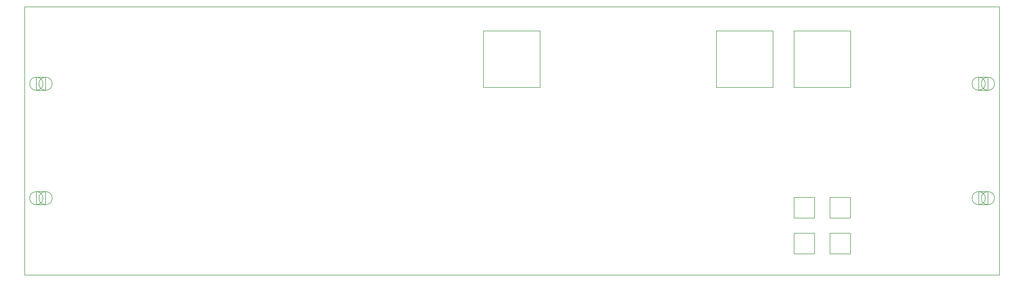
<source format=gko>
G04 Layer: BoardOutlineLayer*
G04 EasyEDA v6.5.34, 2023-08-21 18:11:39*
G04 69f12b32e1f2471e8f8ee6d1f76a66ce,5a6b42c53f6a479593ecc07194224c93,10*
G04 Gerber Generator version 0.2*
G04 Scale: 100 percent, Rotated: No, Reflected: No *
G04 Dimensions in millimeters *
G04 leading zeros omitted , absolute positions ,4 integer and 5 decimal *
%FSLAX45Y45*%
%MOMM*%

%ADD10C,0.2540*%
D10*
X0Y13296900D02*
G01*
X48260000Y13296900D01*
X48260000Y0D01*
X0Y-3070D01*
X0Y13296900D01*
X22716416Y12104298D02*
G01*
X22716416Y9304304D01*
X22716416Y9304304D02*
G01*
X25516410Y9304304D01*
X25516410Y9304304D02*
G01*
X25516410Y12104298D01*
X25516410Y12104298D02*
G01*
X22716416Y12104298D01*
X34246017Y12104298D02*
G01*
X34246017Y9304304D01*
X34246017Y9304304D02*
G01*
X37046011Y9304304D01*
X37046011Y9304304D02*
G01*
X37046011Y12104298D01*
X37046011Y12104298D02*
G01*
X34246017Y12104298D01*
X38089217Y12104298D02*
G01*
X38089217Y9304304D01*
X38089217Y9304304D02*
G01*
X40889212Y9304304D01*
X40889212Y9304304D02*
G01*
X40889212Y12104298D01*
X40889212Y12104298D02*
G01*
X38089217Y12104298D01*
G75*
G01*
X711200Y9486900D02*
G02*
X1361597Y9486900I325199J0D01*
G75*
G01*
X1361597Y9486900D02*
G02*
X711200Y9486900I-325198J0D01*
X711200Y9486900D02*
G01*
X711200Y9486900D01*
X579198Y9811893D02*
G01*
X579198Y9161881D01*
X579198Y9161881D02*
G01*
X1036398Y9161881D01*
X1036398Y9161881D02*
G01*
X1036398Y9811893D01*
X1036398Y9811893D02*
G01*
X579198Y9811893D01*
G75*
G01*
X254000Y9486900D02*
G02*
X904397Y9486900I325199J0D01*
G75*
G01*
X904397Y9486900D02*
G02*
X254000Y9486900I-325198J0D01*
X254000Y9486900D02*
G01*
X254000Y9486900D01*
G75*
G01*
X254000Y3810000D02*
G02*
X904397Y3810000I325199J0D01*
G75*
G01*
X904397Y3810000D02*
G02*
X254000Y3810000I-325198J0D01*
X254000Y3810000D02*
G01*
X254000Y3810000D01*
X579198Y4134993D02*
G01*
X579198Y3484981D01*
X579198Y3484981D02*
G01*
X1036398Y3484981D01*
X1036398Y3484981D02*
G01*
X1036398Y4134993D01*
X1036398Y4134993D02*
G01*
X579198Y4134993D01*
G75*
G01*
X711200Y3810000D02*
G02*
X1361597Y3810000I325199J0D01*
G75*
G01*
X1361597Y3810000D02*
G02*
X711200Y3810000I-325198J0D01*
X711200Y3810000D02*
G01*
X711200Y3810000D01*
G75*
G01*
X47365696Y3810000D02*
G02*
X48016094Y3810000I325199J0D01*
G75*
G01*
X48016094Y3810000D02*
G02*
X47365696Y3810000I-325199J0D01*
X47365696Y3810000D02*
G01*
X47365696Y3810000D01*
X47233695Y4134993D02*
G01*
X47233695Y3484981D01*
X47233695Y3484981D02*
G01*
X47690895Y3484981D01*
X47690895Y3484981D02*
G01*
X47690895Y4134993D01*
X47690895Y4134993D02*
G01*
X47233695Y4134993D01*
G75*
G01*
X46908496Y3810000D02*
G02*
X47558894Y3810000I325199J0D01*
G75*
G01*
X47558894Y3810000D02*
G02*
X46908496Y3810000I-325199J0D01*
X46908496Y3810000D02*
G01*
X46908496Y3810000D01*
G75*
G01*
X46908496Y9486900D02*
G02*
X47558894Y9486900I325199J0D01*
G75*
G01*
X47558894Y9486900D02*
G02*
X46908496Y9486900I-325199J0D01*
X46908496Y9486900D02*
G01*
X46908496Y9486900D01*
X47233695Y9811893D02*
G01*
X47233695Y9161881D01*
X47233695Y9161881D02*
G01*
X47690895Y9161881D01*
X47690895Y9161881D02*
G01*
X47690895Y9811893D01*
X47690895Y9811893D02*
G01*
X47233695Y9811893D01*
G75*
G01*
X47365696Y9486900D02*
G02*
X48016094Y9486900I325199J0D01*
G75*
G01*
X48016094Y9486900D02*
G02*
X47365696Y9486900I-325199J0D01*
X47365696Y9486900D02*
G01*
X47365696Y9486900D01*
X39867903Y3848100D02*
G01*
X39867903Y2828099D01*
X39867903Y2828099D02*
G01*
X40887904Y2828099D01*
X40887904Y2828099D02*
G01*
X40887904Y3848100D01*
X40887904Y3848100D02*
G01*
X39867903Y3848100D01*
X38089903Y3848100D02*
G01*
X38089903Y2828099D01*
X38089903Y2828099D02*
G01*
X39109904Y2828099D01*
X39109904Y2828099D02*
G01*
X39109904Y3848100D01*
X39109904Y3848100D02*
G01*
X38089903Y3848100D01*
X38089903Y2070100D02*
G01*
X38089903Y1050099D01*
X38089903Y1050099D02*
G01*
X39109904Y1050099D01*
X39109904Y1050099D02*
G01*
X39109904Y2070100D01*
X39109904Y2070100D02*
G01*
X38089903Y2070100D01*
X39867903Y2070100D02*
G01*
X39867903Y1050099D01*
X39867903Y1050099D02*
G01*
X40887904Y1050099D01*
X40887904Y1050099D02*
G01*
X40887904Y2070100D01*
X40887904Y2070100D02*
G01*
X39867903Y2070100D01*

%LPD*%
M02*

</source>
